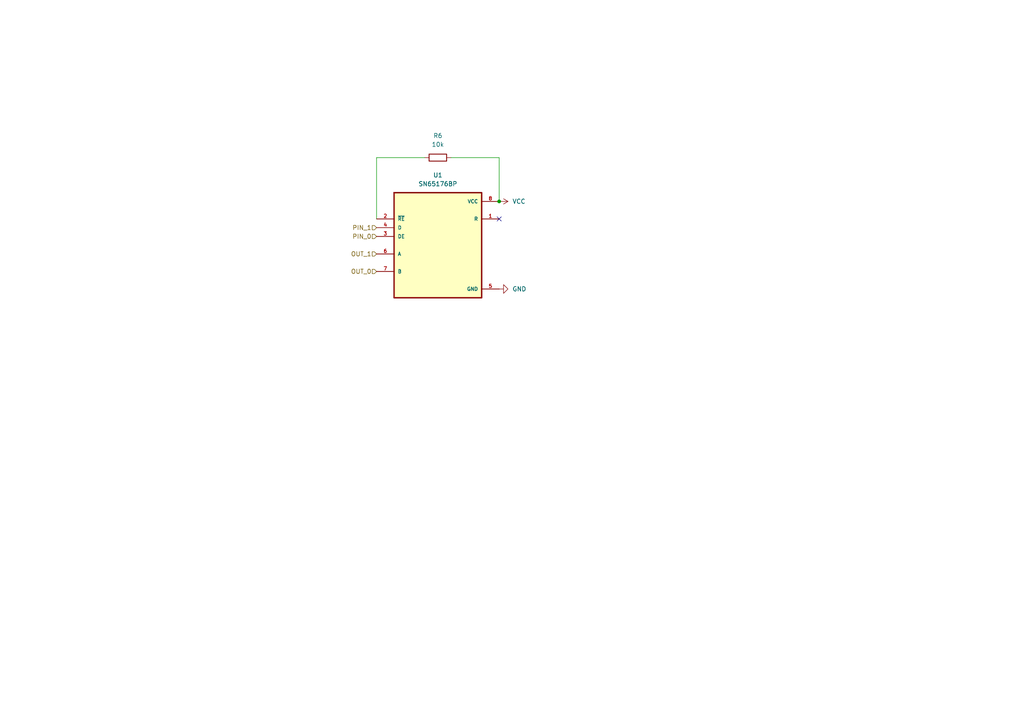
<source format=kicad_sch>
(kicad_sch (version 20250114) (generator "eeschema") (generator_version "9.0")
  (paper "A4")
  (lib_symbols
    (symbol "Device:R" (pin_numbers (hide yes)) (pin_names (offset 0))
      (property "Reference" "R" (at 2.032 0 90))
      (property "Value" "R" (at 0 0 90))
      (symbol "R_0_1"
        (rectangle (start -1.016 -2.54) (end 1.016 2.54) (stroke (width 0.254)))
      )
      (symbol "R_1_1"
        (pin passive line (at 0 3.81 270) (length 1.27) (name "~") (number "1"))
        (pin passive line (at 0 -3.81 90) (length 1.27) (name "~") (number "2"))
      )
    )
    (symbol "SN65176:SN65176BP" (pin_names (offset 1.016))
      (property "Reference" "U" (at -12.7 16.24 0))
      (property "Value" "SN65176BP" (at -12.7 -19.24 0))
      (symbol "SN65176BP_0_0"
        (rectangle (start -12.7 -15.24) (end 12.7 15.24) (stroke (width 0.41)) (fill (type background)))
        (pin input line (at -17.78 7.62 0) (length 5.08) (name "~{RE}") (number "2"))
        (pin input line (at -17.78 5.08 0) (length 5.08) (name "D") (number "4"))
        (pin input line (at -17.78 2.54 0) (length 5.08) (name "DE") (number "3"))
        (pin bidirectional line (at -17.78 -2.54 0) (length 5.08) (name "A") (number "6"))
        (pin bidirectional line (at -17.78 -7.62 0) (length 5.08) (name "B") (number "7"))
        (pin power_in line (at 17.78 12.7 180) (length 5.08) (name "VCC") (number "8"))
        (pin output line (at 17.78 7.62 180) (length 5.08) (name "R") (number "1"))
        (pin power_in line (at 17.78 -12.7 180) (length 5.08) (name "GND") (number "5"))
      )
    )
    (symbol "power:GND" (power) (pin_names (offset 0))
      (property "Value" "GND" (at 0 -3.81 0))
      (symbol "GND_0_1"
        (polyline (pts (xy 0 0) (xy 0 -1.27) (xy 1.27 -1.27) (xy 0 -2.54) (xy -1.27 -1.27) (xy 0 -1.27)))
      )
      (symbol "GND_1_1"
        (pin power_in line (at 0 0 270) (length 0) (hide yes) (name "GND") (number "1"))
      )
    )
    (symbol "power:VCC" (power) (pin_names (offset 0))
      (property "Value" "VCC" (at 0 3.81 0))
      (symbol "VCC_0_1"
        (polyline (pts (xy -0.762 1.27) (xy 0 2.54)))
        (polyline (pts (xy 0 2.54) (xy 0.762 1.27)))
        (polyline (pts (xy 0 0) (xy 0 2.54)))
      )
      (symbol "VCC_1_1"
        (pin power_in line (at 0 0 90) (length 0) (hide yes) (name "VCC") (number "1"))
      )
    )
  )
  (junction (at 144.78 58.42))
  (no_connect (at 144.78 63.5))
  (wire (pts (xy 123.19 45.72) (xy 109.22 45.72)))
  (wire (pts (xy 130.81 45.72) (xy 144.78 45.72)))
  (wire (pts (xy 109.22 45.72) (xy 109.22 63.5)))
  (wire (pts (xy 144.78 45.72) (xy 144.78 58.42)))
  (hierarchical_label "PIN_0" (shape input) (at 109.22 68.58 180))
  (hierarchical_label "OUT_1" (shape input) (at 109.22 73.66 180))
  (hierarchical_label "OUT_0" (shape input) (at 109.22 78.74 180))
  (hierarchical_label "PIN_1" (shape input) (at 109.22 66.04 180))
  (symbol (lib_id "SN65176:SN65176BP") (at 127 71.12 0) (unit 1) (on_board no)
    (property "Reference" "U1" (at 127 50.8 0))
    (property "Value" "SN65176BP" (at 127 53.34 0))
    (property "Footprint" "SN65176BP:DIP794W45P254L959H508Q8" (effects (hide yes)))
    (property "Description" "\nDifferential Bus Transceiver\n" (effects (hide yes)))
    (property "MF" "Texas Instruments" (effects (hide yes)))
    (property "Package" "PDIP-8 Texas" (effects (hide yes)))
    (property "Price" "None" (effects (hide yes)))
    (property "SnapEDA_Link" "https://www.snapeda.com/parts/SN65176BP/Texas+Instruments/view-part/?ref=snap" (effects (hide yes)))
    (property "MP" "SN65176BP" (effects (hide yes)))
    (property "Purchase-URL" "https://www.snapeda.com/api/url_track_click_mouser/?unipart_id=306713&manufacturer=Texas Instruments&part_name=SN65176BP&search_term=sn65176bp" (effects (hide yes)))
    (property "Availability" "In Stock" (effects (hide yes)))
    (property "Check_prices" "https://www.snapeda.com/parts/SN65176BP/Texas+Instruments/view-part/?ref=eda" (effects (hide yes)))
  )
  (symbol (lib_id "Device:R") (at 127 45.72 90) (unit 1) (on_board no)
    (property "Reference" "R6" (at 127 39.37 90))
    (property "Value" "10k" (at 127 41.91 90))
    (property "Footprint" "Resistor_THT:R_Axial_DIN0204_L3.6mm_D1.6mm_P7.62mm_Horizontal" (effects (hide yes)))
  )
  (symbol (lib_id "power:GND") (at 144.78 83.82 90) (unit 1) (on_board no)
    (property "Reference" "#PWR09" (effects (hide yes)))
    (property "Value" "GND" (at 148.59 83.82 90) (effects (justify right)))
  )
  (symbol (lib_id "power:VCC") (at 144.78 58.42 270) (unit 1) (on_board no)
    (property "Reference" "#PWR08" (effects (hide yes)))
    (property "Value" "VCC" (at 148.59 58.42 90) (effects (justify left)))
  )
)
</source>
